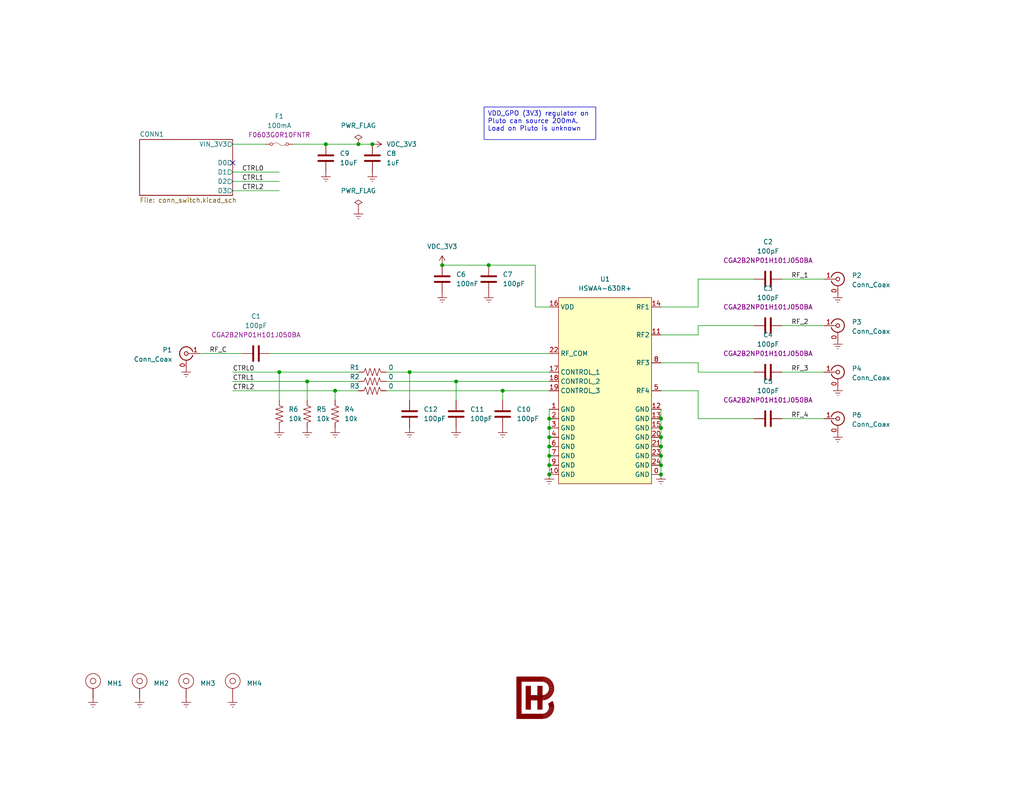
<source format=kicad_sch>
(kicad_sch (version 20231120) (generator "eeschema") (generator_version "8.0")
  (paper "A")
  (title_block (title "${PROJECT_NAME}") (date "2025-04-13") (rev "${PCB_REVISION}") (company "BRENDANHAINES.COM"))
  (lib_symbols
    (symbol "bh:C" (pin_numbers hide) (pin_names (offset 0.254))
      (property "Reference" "C" (at 0.635 2.54 0))
      (property "Value" "C" (at 0.635 -2.54 0))
      (symbol "C_0_1"
        (polyline (pts (xy -2.032 -0.762) (xy 2.032 -0.762)) (stroke (width 0.508)))
        (polyline (pts (xy -2.032 0.762) (xy 2.032 0.762)) (stroke (width 0.508)))
      )
      (symbol "C_1_1"
        (pin passive line (at 0 3.81 270) (length 2.794) (name "~") (number "1"))
        (pin passive line (at 0 -3.81 90) (length 2.794) (name "~") (number "2"))
      )
    )
    (symbol "bh:Conn_Coax" (pin_names hide) (exclude_from_sim yes)
      (property "Reference" "P" (at 0 3.81 0))
      (property "Value" "Conn_Coax" (at 0 3.81 0))
      (symbol "Conn_Coax_0_1"
        (arc (start -1.778 -0.508) (mid 0.2311 -1.8066) (end 1.778 0) (stroke (width 0.254)))
        (polyline (pts (xy -1.27 0) (xy -0.508 0)))
        (polyline (pts (xy 0 -2.54) (xy 0 -1.778)))
        (circle (center 0 0) (radius 0.508) (stroke (width 0.2032)))
        (arc (start 1.778 0) (mid 0.2233 1.8169) (end -1.778 0.508) (stroke (width 0.254)))
      )
      (symbol "Conn_Coax_1_1"
        (pin passive line (at 0 -3.81 90) (length 1.27) (name "Ext") (number "0"))
        (pin passive line (at -3.81 0 0) (length 2.54) (name "In") (number "1"))
      )
    )
    (symbol "bh:Fuse" (pin_numbers hide) (pin_names hide)
      (property "Reference" "F" (at 2.54 2.54 0))
      (property "Value" "Fuse" (at 3.81 0 0))
      (symbol "Fuse_0_1"
        (circle (center 0 -2.159) (radius 0.381) (stroke (width 0.127)))
        (arc (start 0 0) (mid -0.3683 -0.889) (end 0 -1.778) (stroke (width 0.0508)))
        (arc (start 0 0) (mid 0.3683 0.889) (end 0 1.778) (stroke (width 0.0508)))
        (circle (center 0 2.159) (radius 0.381) (stroke (width 0.127)))
      )
      (symbol "Fuse_1_1"
        (pin passive line (at 0 3.81 270) (length 1.27) (name "~") (number "1"))
        (pin passive line (at 0 -3.81 90) (length 1.27) (name "~") (number "2"))
      )
    )
    (symbol "bh:GND" (power) (pin_names (offset 0))
      (symbol "GND_0_1"
        (polyline (pts (xy -0.635 -1.905) (xy 0.635 -1.905)))
        (polyline (pts (xy -0.127 -2.54) (xy 0.127 -2.54)))
        (polyline (pts (xy 0 -1.27) (xy 0 0)))
        (polyline (pts (xy 1.27 -1.27) (xy -1.27 -1.27)))
      )
      (symbol "GND_1_1"
        (pin power_in line (at 0 0 90) (length 0) hide (name "GND") (number "1"))
      )
    )
    (symbol "bh:HSWA4-63DR+"
      (property "Reference" "U" (at 0 0 0))
      (property "Value" "HSWA4-63DR+" (at 0 0 0))
      (symbol "HSWA4-63DR+_1_1"
        (rectangle (start 0 0) (end 25.4 -50.8) (fill (type background)))
        (pin power_in line (at 27.94 -48.26 180) (length 2.54) (name "GND") (number "0"))
        (pin power_in line (at -2.54 -30.48 0) (length 2.54) (name "GND") (number "1"))
        (pin power_in line (at -2.54 -48.26 0) (length 2.54) (name "GND") (number "10"))
        (pin bidirectional line (at 27.94 -10.16 180) (length 2.54) (name "RF2") (number "11"))
        (pin power_in line (at 27.94 -30.48 180) (length 2.54) (name "GND") (number "12"))
        (pin power_in line (at 27.94 -33.02 180) (length 2.54) (name "GND") (number "13"))
        (pin bidirectional line (at 27.94 -2.54 180) (length 2.54) (name "RF1") (number "14"))
        (pin power_in line (at 27.94 -35.56 180) (length 2.54) (name "GND") (number "15"))
        (pin power_in line (at -2.54 -2.54 0) (length 2.54) (name "VDD") (number "16"))
        (pin input line (at -2.54 -20.32 0) (length 2.54) (name "CONTROL_1") (number "17"))
        (pin input line (at -2.54 -22.86 0) (length 2.54) (name "CONTROL_2") (number "18"))
        (pin input line (at -2.54 -25.4 0) (length 2.54) (name "CONTROL_3") (number "19"))
        (pin power_in line (at -2.54 -33.02 0) (length 2.54) (name "GND") (number "2"))
        (pin power_in line (at 27.94 -38.1 180) (length 2.54) (name "GND") (number "20"))
        (pin power_in line (at 27.94 -40.64 180) (length 2.54) (name "GND") (number "21"))
        (pin bidirectional line (at -2.54 -15.24 0) (length 2.54) (name "RF_COM") (number "22"))
        (pin power_in line (at 27.94 -43.18 180) (length 2.54) (name "GND") (number "23"))
        (pin power_in line (at 27.94 -45.72 180) (length 2.54) (name "GND") (number "24"))
        (pin power_in line (at -2.54 -35.56 0) (length 2.54) (name "GND") (number "3"))
        (pin power_in line (at -2.54 -38.1 0) (length 2.54) (name "GND") (number "4"))
        (pin bidirectional line (at 27.94 -25.4 180) (length 2.54) (name "RF4") (number "5"))
        (pin power_in line (at -2.54 -40.64 0) (length 2.54) (name "GND") (number "6"))
        (pin power_in line (at -2.54 -43.18 0) (length 2.54) (name "GND") (number "7"))
        (pin bidirectional line (at 27.94 -17.78 180) (length 2.54) (name "RF3") (number "8"))
        (pin power_in line (at -2.54 -45.72 0) (length 2.54) (name "GND") (number "9"))
      )
    )
    (symbol "bh:LOGO_BH" (in_bom no)
      (symbol "LOGO_BH_0_1"
        (rectangle (start -5.08 -4.445) (end 1.905 -5.715) (fill (type outline)))
        (rectangle (start -5.08 4.445) (end -3.81 -4.445) (fill (type outline)))
        (rectangle (start -5.08 5.715) (end 1.905 4.445) (fill (type outline)))
        (rectangle (start -2.54 3.175) (end -1.27 -3.175) (fill (type outline)))
        (rectangle (start -1.27 0.635) (end 0.635 -0.635) (fill (type outline)))
        (polyline (pts (xy 1.905 0.635) (xy 1.905 -0.635)))
        (polyline (pts (xy 3.7084 -1.8542) (xy 3.7084 -1.6002)))
        (polyline (pts (xy 4.6482 -0.9906) (xy 4.572 -1.1684)))
        (polyline (pts (xy 4.7244 -1.1176) (xy 4.4704 -1.1684)))
        (polyline (pts (xy 4.8006 -1.2446) (xy 4.2418 -1.2954)))
        (polyline (pts (xy 4.8514 -1.3716) (xy 4.064 -1.4224)))
        (polyline (pts (xy 4.953 -2.54) (xy 4.9022 -1.778)))
        (polyline (pts (xy 3.81 -2.54) (xy 3.81 -2.3622) (xy 3.7846 -2.2098) (xy 3.7338 -2.032) (xy 3.683 -1.8796) (xy 3.6322 -1.7272) (xy 3.5814 -1.6002) (xy 3.7338 -1.524) (xy 3.8862 -1.4478) (xy 4.1148 -1.3208) (xy 4.2926 -1.2192) (xy 4.4704 -1.0922) (xy 4.6482 -0.9652) (xy 4.7498 -1.143) (xy 4.8514 -1.3462) (xy 4.9276 -1.5748) (xy 4.9784 -1.778) (xy 5.0292 -1.9812) (xy 5.0546 -2.1844) (xy 5.08 -2.54)))
        (rectangle (start 0.635 3.175) (end 1.905 -3.175) (fill (type outline)))
        (arc (start 1.905 -5.715) (mid 4.1501 -4.7851) (end 5.08 -2.54))
        (arc (start 1.905 -5.588) (mid 4.0603 -4.6953) (end 4.953 -2.54))
        (arc (start 1.905 -5.461) (mid 3.9705 -4.6055) (end 4.826 -2.54))
        (arc (start 1.905 -5.334) (mid 3.8807 -4.5157) (end 4.699 -2.54))
        (arc (start 1.905 -5.207) (mid 3.7909 -4.4259) (end 4.572 -2.54))
        (arc (start 1.905 -5.08) (mid 3.7011 -4.3361) (end 4.445 -2.54))
        (arc (start 1.905 -4.953) (mid 3.6112 -4.2462) (end 4.318 -2.54))
        (arc (start 1.905 -4.826) (mid 3.5214 -4.1564) (end 4.191 -2.54))
        (arc (start 1.905 -4.699) (mid 3.4316 -4.0666) (end 4.064 -2.54))
        (arc (start 1.905 -4.572) (mid 3.3418 -3.9768) (end 3.937 -2.54))
        (arc (start 1.905 -4.445) (mid 3.252 -3.887) (end 3.81 -2.54))
        (arc (start 1.905 -0.635) (mid 4.1501 0.2949) (end 5.08 2.54))
        (arc (start 1.905 -0.508) (mid 4.0603 0.3847) (end 4.953 2.54))
        (arc (start 1.905 -0.381) (mid 3.9705 0.4745) (end 4.826 2.54))
        (arc (start 1.905 -0.254) (mid 3.8807 0.5643) (end 4.699 2.54))
        (arc (start 1.905 -0.127) (mid 3.7909 0.6541) (end 4.572 2.54))
        (arc (start 1.905 0) (mid 3.7011 0.7439) (end 4.445 2.54))
        (arc (start 1.905 0.127) (mid 3.6112 0.8338) (end 4.318 2.54))
        (arc (start 1.905 0.254) (mid 3.5214 0.9236) (end 4.191 2.54))
        (arc (start 1.905 0.381) (mid 3.4316 1.0134) (end 4.064 2.54))
        (arc (start 1.905 0.508) (mid 3.3418 1.1032) (end 3.937 2.54))
        (arc (start 1.905 0.635) (mid 3.252 1.193) (end 3.81 2.54))
        (rectangle (start 3.81 -1.524) (end 4.826 -2.54) (fill (type outline)))
        (arc (start 3.81 2.54) (mid 3.252 3.887) (end 1.905 4.445))
        (arc (start 3.937 2.54) (mid 3.3418 3.9768) (end 1.905 4.572))
        (arc (start 4.064 2.54) (mid 3.4316 4.0666) (end 1.905 4.699))
        (arc (start 4.191 2.54) (mid 3.5214 4.1564) (end 1.905 4.826))
        (arc (start 4.318 2.54) (mid 3.6112 4.2462) (end 1.905 4.953))
        (arc (start 4.445 2.54) (mid 3.7011 4.3361) (end 1.905 5.08))
        (arc (start 4.572 2.54) (mid 3.7909 4.4259) (end 1.905 5.207))
        (arc (start 4.699 2.54) (mid 3.8807 4.5157) (end 1.905 5.334))
        (arc (start 4.826 2.54) (mid 3.9705 4.6055) (end 1.905 5.461))
        (arc (start 4.953 2.54) (mid 4.0603 4.6953) (end 1.905 5.588))
        (arc (start 5.08 2.54) (mid 4.1501 4.7851) (end 1.905 5.715))
      )
    )
    (symbol "bh:Mounting_Hole" (pin_numbers hide) (pin_names (offset 0.762) hide)
      (property "Reference" "MH" (at 0 7.62 0))
      (symbol "Mounting_Hole_0_1"
        (circle (center 0 4.572) (radius 0.762))
        (circle (center 0 4.572) (radius 2.032))
      )
      (symbol "Mounting_Hole_1_1"
        (pin passive line (at 0 0 90) (length 2.54) (name "1") (number "1"))
      )
    )
    (symbol "bh:PWR_FLAG" (power) (pin_numbers hide) (pin_names (offset 0) hide)
      (property "Value" "PWR_FLAG" (at 0 3.81 0))
      (symbol "PWR_FLAG_0_0"
        (pin power_out line (at 0 0 90) (length 0) (name "pwr") (number "1"))
      )
      (symbol "PWR_FLAG_0_1"
        (polyline (pts (xy 0 0) (xy 0 1.27) (xy -1.016 1.905) (xy 0 2.54) (xy 1.016 1.905) (xy 0 1.27)))
      )
    )
    (symbol "bh:R" (pin_numbers hide) (pin_names (offset 0))
      (property "Reference" "R" (at 2.032 0 90))
      (property "Value" "R" (at -1.905 0 90))
      (symbol "R_0_1"
        (polyline (pts (xy 0 -2.54) (xy 0 -2.286) (xy 1.016 -1.905) (xy -1.016 -1.27) (xy 1.016 -0.635) (xy -1.016 0) (xy 1.016 0.635) (xy -1.016 1.27) (xy 1.016 1.905) (xy 0 2.286) (xy 0 2.54)))
      )
      (symbol "R_1_1"
        (pin passive line (at 0 3.81 270) (length 1.27) (name "~") (number "1"))
        (pin passive line (at 0 -3.81 90) (length 1.27) (name "~") (number "2"))
      )
    )
    (symbol "bh:VDC_3V3" (power) (pin_names (offset 0))
      (property "Value" "VDC_3V3" (at 0 3.556 0))
      (symbol "VDC_3V3_0_1"
        (polyline (pts (xy -0.762 1.27) (xy 0 2.54)))
        (polyline (pts (xy 0 0) (xy 0 2.54)))
        (polyline (pts (xy 0 2.54) (xy 0.762 1.27)))
      )
      (symbol "VDC_3V3_1_1"
        (pin power_in line (at 0 0 90) (length 0) hide (name "VDC_3V3") (number "1"))
      )
    )
  )
  (junction (at 149.86 121.92))
  (junction (at 180.34 114.3))
  (junction (at 83.82 104.14))
  (junction (at 180.34 127))
  (junction (at 97.79 39.37))
  (junction (at 124.46 104.14))
  (junction (at 149.86 116.84))
  (junction (at 180.34 124.46))
  (junction (at 149.86 127))
  (junction (at 101.6 39.37))
  (junction (at 149.86 124.46))
  (junction (at 111.76 101.6))
  (junction (at 149.86 119.38))
  (junction (at 88.9 39.37))
  (junction (at 133.35 72.39))
  (junction (at 120.65 72.39))
  (junction (at 91.44 106.68))
  (junction (at 180.34 116.84))
  (junction (at 137.16 106.68))
  (junction (at 149.86 129.54))
  (junction (at 180.34 121.92))
  (junction (at 180.34 129.54))
  (junction (at 180.34 119.38))
  (junction (at 76.2 101.6))
  (junction (at 149.86 114.3))
  (no_connect (at 63.5 44.45))
  (wire (pts (xy 63.5 101.6) (xy 76.2 101.6)))
  (wire (pts (xy 180.34 129.54) (xy 180.34 127)))
  (wire (pts (xy 76.2 101.6) (xy 97.79 101.6)))
  (wire (pts (xy 97.79 39.37) (xy 101.6 39.37)))
  (wire (pts (xy 149.86 124.46) (xy 149.86 127)))
  (wire (pts (xy 63.5 46.99) (xy 76.2 46.99)))
  (wire (pts (xy 190.5 106.68) (xy 180.34 106.68)))
  (wire (pts (xy 213.36 114.3) (xy 224.79 114.3)))
  (wire (pts (xy 83.82 104.14) (xy 83.82 109.22)))
  (wire (pts (xy 124.46 104.14) (xy 124.46 109.22)))
  (wire (pts (xy 180.34 121.92) (xy 180.34 124.46)))
  (wire (pts (xy 149.86 121.92) (xy 149.86 124.46)))
  (wire (pts (xy 205.74 76.2) (xy 190.5 76.2)))
  (wire (pts (xy 149.86 111.76) (xy 149.86 114.3)))
  (wire (pts (xy 213.36 76.2) (xy 224.79 76.2)))
  (wire (pts (xy 180.34 116.84) (xy 180.34 119.38)))
  (wire (pts (xy 133.35 72.39) (xy 146.05 72.39)))
  (wire (pts (xy 149.86 119.38) (xy 149.86 121.92)))
  (wire (pts (xy 76.2 101.6) (xy 76.2 109.22)))
  (wire (pts (xy 73.66 96.52) (xy 149.86 96.52)))
  (wire (pts (xy 190.5 91.44) (xy 190.5 88.9)))
  (wire (pts (xy 63.5 106.68) (xy 91.44 106.68)))
  (wire (pts (xy 120.65 72.39) (xy 133.35 72.39)))
  (wire (pts (xy 146.05 83.82) (xy 146.05 72.39)))
  (wire (pts (xy 105.41 101.6) (xy 111.76 101.6)))
  (wire (pts (xy 91.44 106.68) (xy 91.44 109.22)))
  (wire (pts (xy 190.5 76.2) (xy 190.5 83.82)))
  (wire (pts (xy 105.41 106.68) (xy 137.16 106.68)))
  (wire (pts (xy 213.36 88.9) (xy 224.79 88.9)))
  (wire (pts (xy 180.34 119.38) (xy 180.34 121.92)))
  (wire (pts (xy 180.34 83.82) (xy 190.5 83.82)))
  (wire (pts (xy 180.34 124.46) (xy 180.34 127)))
  (wire (pts (xy 205.74 88.9) (xy 190.5 88.9)))
  (wire (pts (xy 66.04 96.52) (xy 54.61 96.52)))
  (wire (pts (xy 205.74 101.6) (xy 190.5 101.6)))
  (wire (pts (xy 63.5 104.14) (xy 83.82 104.14)))
  (wire (pts (xy 111.76 101.6) (xy 149.86 101.6)))
  (wire (pts (xy 149.86 114.3) (xy 149.86 116.84)))
  (wire (pts (xy 111.76 109.22) (xy 111.76 101.6)))
  (wire (pts (xy 63.5 52.07) (xy 76.2 52.07)))
  (wire (pts (xy 180.34 111.76) (xy 180.34 114.3)))
  (wire (pts (xy 146.05 83.82) (xy 149.86 83.82)))
  (wire (pts (xy 213.36 101.6) (xy 224.79 101.6)))
  (wire (pts (xy 105.41 104.14) (xy 124.46 104.14)))
  (wire (pts (xy 83.82 104.14) (xy 97.79 104.14)))
  (wire (pts (xy 180.34 114.3) (xy 180.34 116.84)))
  (wire (pts (xy 205.74 114.3) (xy 190.5 114.3)))
  (wire (pts (xy 91.44 106.68) (xy 97.79 106.68)))
  (wire (pts (xy 124.46 104.14) (xy 149.86 104.14)))
  (wire (pts (xy 190.5 114.3) (xy 190.5 106.68)))
  (wire (pts (xy 190.5 91.44) (xy 180.34 91.44)))
  (wire (pts (xy 190.5 99.06) (xy 180.34 99.06)))
  (wire (pts (xy 88.9 39.37) (xy 97.79 39.37)))
  (wire (pts (xy 149.86 129.54) (xy 149.86 127)))
  (wire (pts (xy 80.01 39.37) (xy 88.9 39.37)))
  (wire (pts (xy 63.5 49.53) (xy 76.2 49.53)))
  (wire (pts (xy 137.16 106.68) (xy 137.16 109.22)))
  (wire (pts (xy 137.16 106.68) (xy 149.86 106.68)))
  (wire (pts (xy 149.86 116.84) (xy 149.86 119.38)))
  (wire (pts (xy 63.5 39.37) (xy 72.39 39.37)))
  (wire (pts (xy 190.5 101.6) (xy 190.5 99.06)))
  (text_box "VDD_GPO (3V3) regulator on Pluto can source 200mA. Load on Pluto is unknown" (at 132.08 29.21 0) (size 30.48 8.89) (effects (font (size 1.27 1.27) (thickness 0.1588)) (justify left top)))
  (label "RF_4" (at 215.9 114.3 0))
  (label "CTRL1" (at 66.04 49.53 0))
  (label "CTRL0" (at 66.04 46.99 0))
  (label "RF_1" (at 215.9 76.2 0))
  (label "RF_C" (at 57.15 96.52 0))
  (label "CTRL2" (at 63.5 106.68 0))
  (label "CTRL1" (at 63.5 104.14 0))
  (label "CTRL0" (at 63.5 101.6 0))
  (label "RF_3" (at 215.9 101.6 0))
  (label "RF_2" (at 215.9 88.9 0))
  (label "CTRL2" (at 66.04 52.07 0))
  (symbol (lib_id "bh:C") (at 209.55 88.9 90) (unit 1)
    (property "Reference" "C3" (at 209.55 78.74 90))
    (property "Value" "100pF" (at 209.55 81.28 90))
    (property "Footprint" "common:C0402" (effects (hide yes)))
    (property "Description" "Capacitor" (effects (hide yes)))
    (property "Manufacturer" "TDK" (effects (hide yes)))
    (property "ManufacturerPartNumber" "CGA2B2NP01H101J050BA" (at 209.55 83.82 90))
    (property "FieldName" "Value" (effects (hide yes)))
    (property "Sim.Device" "C" (effects (hide yes)))
    (property "Sim.Pins" "1=+ 2=-" (effects (hide yes)))
  )
  (symbol (lib_id "bh:C") (at 124.46 113.03 180) (unit 1)
    (property "Reference" "C11" (at 128.27 111.7599 0) (effects (justify right)))
    (property "Value" "100pF" (at 128.27 114.2999 0) (effects (justify right)))
    (property "Footprint" "common:C0402" (effects (hide yes)))
    (property "Description" "Capacitor" (effects (hide yes)))
    (property "Manufacturer" "TDK" (effects (hide yes)))
    (property "ManufacturerPartNumber" "CGA2B2NP01H101J050BA" (effects (hide yes)))
    (property "FieldName" "Value" (effects (hide yes)))
    (property "Sim.Device" "C" (effects (hide yes)))
    (property "Sim.Pins" "1=+ 2=-" (effects (hide yes)))
  )
  (symbol (lib_id "bh:GND") (at 111.76 116.84 0) (unit 1)
    (property "Reference" "#PWR020" (effects (hide yes)))
    (property "Value" "GND" (effects (hide yes)))
    (property "Description" "Power Symbol" (effects (hide yes)))
  )
  (symbol (lib_id "bh:VDC_3V3") (at 120.65 72.39 0) (unit 1)
    (property "Reference" "#PWR015" (effects (hide yes)))
    (property "Value" "VDC_3V3" (at 120.65 67.31 0))
    (property "Description" "Power Symbol" (effects (hide yes)))
  )
  (symbol (lib_id "bh:GND") (at 97.79 57.15 0) (mirror y) (unit 1)
    (property "Reference" "#PWR024" (effects (hide yes)))
    (property "Value" "GND" (effects (hide yes)))
    (property "Description" "Power Symbol" (effects (hide yes)))
  )
  (symbol (lib_id "bh:C") (at 209.55 101.6 90) (unit 1)
    (property "Reference" "C4" (at 209.55 91.44 90))
    (property "Value" "100pF" (at 209.55 93.98 90))
    (property "Footprint" "common:C0402" (effects (hide yes)))
    (property "Description" "Capacitor" (effects (hide yes)))
    (property "Manufacturer" "TDK" (effects (hide yes)))
    (property "ManufacturerPartNumber" "CGA2B2NP01H101J050BA" (at 209.55 96.52 90))
    (property "FieldName" "Value" (effects (hide yes)))
    (property "Sim.Device" "C" (effects (hide yes)))
    (property "Sim.Pins" "1=+ 2=-" (effects (hide yes)))
  )
  (symbol (lib_id "bh:C") (at 120.65 76.2 0) (unit 1)
    (property "Reference" "C6" (at 124.46 74.9299 0) (effects (justify left)))
    (property "Value" "100nF" (at 124.46 77.4699 0) (effects (justify left)))
    (property "Footprint" "common:C0402" (effects (hide yes)))
    (property "Description" "Capacitor" (effects (hide yes)))
    (property "FieldName" "Value" (effects (hide yes)))
    (property "Sim.Device" "C" (effects (hide yes)))
    (property "Sim.Pins" "1=+ 2=-" (effects (hide yes)))
  )
  (symbol (lib_id "bh:GND") (at 83.82 116.84 0) (unit 1)
    (property "Reference" "#PWR022" (effects (hide yes)))
    (property "Value" "GND" (effects (hide yes)))
    (property "Description" "Power Symbol" (effects (hide yes)))
  )
  (symbol (lib_id "bh:LOGO_BH") (at 146.05 190.5 0) (unit 1) (in_bom no)
    (property "Reference" "LOGO1" (effects (hide yes)))
    (property "Value" "~" (at 146.685 189.865 0))
    (property "Footprint" "common:LOGO_BH" (effects (hide yes)))
  )
  (symbol (lib_id "bh:C") (at 209.55 76.2 90) (unit 1)
    (property "Reference" "C2" (at 209.55 66.04 90))
    (property "Value" "100pF" (at 209.55 68.58 90))
    (property "Footprint" "common:C0402" (effects (hide yes)))
    (property "Description" "Capacitor" (effects (hide yes)))
    (property "Manufacturer" "TDK" (effects (hide yes)))
    (property "ManufacturerPartNumber" "CGA2B2NP01H101J050BA" (at 209.55 71.12 90))
    (property "FieldName" "Value" (effects (hide yes)))
    (property "Sim.Device" "C" (effects (hide yes)))
    (property "Sim.Pins" "1=+ 2=-" (effects (hide yes)))
  )
  (symbol (lib_id "bh:Mounting_Hole") (at 63.5 190.5 0) (unit 1)
    (property "Reference" "MH4" (at 67.31 186.563 0) (effects (justify left)))
    (property "Value" "Mounting_Hole" (effects (hide yes)))
    (property "Footprint" "common:MH120X230_#4" (effects (hide yes)))
  )
  (symbol (lib_id "bh:GND") (at 38.1 190.5 0) (unit 1)
    (property "Reference" "#PWR02" (effects (hide yes)))
    (property "Value" "GND" (effects (hide yes)))
  )
  (symbol (lib_id "bh:C") (at 69.85 96.52 90) (unit 1)
    (property "Reference" "C1" (at 69.85 86.36 90))
    (property "Value" "100pF" (at 69.85 88.9 90))
    (property "Footprint" "common:C0402" (effects (hide yes)))
    (property "Description" "Capacitor" (effects (hide yes)))
    (property "Manufacturer" "TDK" (effects (hide yes)))
    (property "ManufacturerPartNumber" "CGA2B2NP01H101J050BA" (at 69.85 91.44 90))
    (property "FieldName" "Value" (effects (hide yes)))
    (property "Sim.Device" "C" (effects (hide yes)))
    (property "Sim.Pins" "1=+ 2=-" (effects (hide yes)))
  )
  (symbol (lib_id "bh:C") (at 88.9 43.18 0) (unit 1)
    (property "Reference" "C9" (at 92.71 41.9099 0) (effects (justify left)))
    (property "Value" "10uF" (at 92.71 44.4499 0) (effects (justify left)))
    (property "Footprint" "common:C0603" (effects (hide yes)))
    (property "Description" "Capacitor" (effects (hide yes)))
    (property "FieldName" "Value" (effects (hide yes)))
    (property "Sim.Device" "C" (effects (hide yes)))
    (property "Sim.Pins" "1=+ 2=-" (effects (hide yes)))
  )
  (symbol (lib_id "bh:GND") (at 228.6 105.41 0) (unit 1)
    (property "Reference" "#PWR09" (effects (hide yes)))
    (property "Value" "GND" (effects (hide yes)))
    (property "Description" "Power Symbol" (effects (hide yes)))
  )
  (symbol (lib_id "bh:GND") (at 228.6 80.01 0) (unit 1)
    (property "Reference" "#PWR07" (effects (hide yes)))
    (property "Value" "GND" (effects (hide yes)))
    (property "Description" "Power Symbol" (effects (hide yes)))
  )
  (symbol (lib_id "bh:R") (at 101.6 101.6 90) (unit 1)
    (property "Reference" "R1" (at 96.774 100.33 90))
    (property "Value" "0" (at 106.68 100.33 90))
    (property "Footprint" "common:R0402" (effects (hide yes)))
    (property "Description" "Resistor" (effects (hide yes)))
    (property "FieldName" "Value" (effects (hide yes)))
    (property "Sim.Device" "R" (effects (hide yes)))
    (property "Sim.Pins" "1=+ 2=-" (effects (hide yes)))
  )
  (symbol (lib_id "bh:C") (at 111.76 113.03 180) (unit 1)
    (property "Reference" "C12" (at 115.57 111.7599 0) (effects (justify right)))
    (property "Value" "100pF" (at 115.57 114.2999 0) (effects (justify right)))
    (property "Footprint" "common:C0402" (effects (hide yes)))
    (property "Description" "Capacitor" (effects (hide yes)))
    (property "Manufacturer" "TDK" (effects (hide yes)))
    (property "ManufacturerPartNumber" "CGA2B2NP01H101J050BA" (effects (hide yes)))
    (property "FieldName" "Value" (effects (hide yes)))
    (property "Sim.Device" "C" (effects (hide yes)))
    (property "Sim.Pins" "1=+ 2=-" (effects (hide yes)))
  )
  (symbol (lib_id "bh:GND") (at 25.4 190.5 0) (unit 1)
    (property "Reference" "#PWR01" (effects (hide yes)))
    (property "Value" "GND" (effects (hide yes)))
  )
  (symbol (lib_id "bh:Mounting_Hole") (at 50.8 190.5 0) (unit 1)
    (property "Reference" "MH3" (at 54.61 186.563 0) (effects (justify left)))
    (property "Value" "Mounting_Hole" (effects (hide yes)))
    (property "Footprint" "common:MH120X230_#4" (effects (hide yes)))
  )
  (symbol (lib_id "bh:GND") (at 88.9 46.99 0) (mirror y) (unit 1)
    (property "Reference" "#PWR017" (effects (hide yes)))
    (property "Value" "GND" (effects (hide yes)))
    (property "Description" "Power Symbol" (effects (hide yes)))
  )
  (symbol (lib_id "bh:GND") (at 180.34 129.54 0) (unit 1)
    (property "Reference" "#PWR012" (effects (hide yes)))
    (property "Value" "GND" (effects (hide yes)))
    (property "Description" "Power Symbol" (effects (hide yes)))
  )
  (symbol (lib_id "bh:PWR_FLAG") (at 97.79 57.15 0) (unit 1)
    (property "Reference" "#FLG02" (effects (hide yes)))
    (property "Value" "PWR_FLAG" (at 97.79 52.07 0))
    (property "Description" "Special symbol for telling ERC where power comes from" (effects (hide yes)))
  )
  (symbol (lib_id "bh:GND") (at 228.6 92.71 0) (unit 1)
    (property "Reference" "#PWR08" (effects (hide yes)))
    (property "Value" "GND" (effects (hide yes)))
    (property "Description" "Power Symbol" (effects (hide yes)))
  )
  (symbol (lib_id "bh:R") (at 101.6 104.14 90) (unit 1)
    (property "Reference" "R2" (at 96.774 102.87 90))
    (property "Value" "0" (at 106.68 102.87 90))
    (property "Footprint" "common:R0402" (effects (hide yes)))
    (property "Description" "Resistor" (effects (hide yes)))
    (property "FieldName" "Value" (effects (hide yes)))
    (property "Sim.Device" "R" (effects (hide yes)))
    (property "Sim.Pins" "1=+ 2=-" (effects (hide yes)))
  )
  (symbol (lib_id "bh:GND") (at 228.6 118.11 0) (unit 1)
    (property "Reference" "#PWR010" (effects (hide yes)))
    (property "Value" "GND" (effects (hide yes)))
    (property "Description" "Power Symbol" (effects (hide yes)))
  )
  (symbol (lib_id "bh:GND") (at 124.46 116.84 0) (unit 1)
    (property "Reference" "#PWR019" (effects (hide yes)))
    (property "Value" "GND" (effects (hide yes)))
    (property "Description" "Power Symbol" (effects (hide yes)))
  )
  (symbol (lib_id "bh:C") (at 137.16 113.03 180) (unit 1)
    (property "Reference" "C10" (at 140.97 111.7599 0) (effects (justify right)))
    (property "Value" "100pF" (at 140.97 114.2999 0) (effects (justify right)))
    (property "Footprint" "common:C0402" (effects (hide yes)))
    (property "Description" "Capacitor" (effects (hide yes)))
    (property "Manufacturer" "TDK" (effects (hide yes)))
    (property "ManufacturerPartNumber" "CGA2B2NP01H101J050BA" (effects (hide yes)))
    (property "FieldName" "Value" (effects (hide yes)))
    (property "Sim.Device" "C" (effects (hide yes)))
    (property "Sim.Pins" "1=+ 2=-" (effects (hide yes)))
  )
  (symbol (lib_id "bh:Conn_Coax") (at 228.6 101.6 0) (unit 1) (exclude_from_sim yes)
    (property "Reference" "P4" (at 232.41 100.6188 0) (effects (justify left)))
    (property "Value" "Conn_Coax" (at 232.41 103.1588 0) (effects (justify left)))
    (property "Footprint" "common:CONN_SuperSMA_Amphenol_901-10510-2" (effects (hide yes)))
    (property "Description" "Connector, Coax" (effects (hide yes)))
  )
  (symbol (lib_id "bh:Mounting_Hole") (at 25.4 190.5 0) (unit 1)
    (property "Reference" "MH1" (at 29.21 186.563 0) (effects (justify left)))
    (property "Value" "Mounting_Hole" (effects (hide yes)))
    (property "Footprint" "common:MH120X230_#4" (effects (hide yes)))
  )
  (symbol (lib_id "bh:R") (at 101.6 106.68 90) (unit 1)
    (property "Reference" "R3" (at 96.774 105.41 90))
    (property "Value" "0" (at 106.68 105.41 90))
    (property "Footprint" "common:R0402" (effects (hide yes)))
    (property "Description" "Resistor" (effects (hide yes)))
    (property "FieldName" "Value" (effects (hide yes)))
    (property "Sim.Device" "R" (effects (hide yes)))
    (property "Sim.Pins" "1=+ 2=-" (effects (hide yes)))
  )
  (symbol (lib_id "bh:R") (at 76.2 113.03 0) (unit 1)
    (property "Reference" "R6" (at 78.74 111.7599 0) (effects (justify left)))
    (property "Value" "10k" (at 78.74 114.2999 0) (effects (justify left)))
    (property "Footprint" "common:R0402" (effects (hide yes)))
    (property "Description" "Resistor" (effects (hide yes)))
    (property "FieldName" "Value" (effects (hide yes)))
    (property "Sim.Device" "R" (effects (hide yes)))
    (property "Sim.Pins" "1=+ 2=-" (effects (hide yes)))
  )
  (symbol (lib_id "bh:C") (at 133.35 76.2 180) (unit 1)
    (property "Reference" "C7" (at 137.16 74.9299 0) (effects (justify right)))
    (property "Value" "100pF" (at 137.16 77.4699 0) (effects (justify right)))
    (property "Footprint" "common:C0402" (effects (hide yes)))
    (property "Description" "Capacitor" (effects (hide yes)))
    (property "Manufacturer" "TDK" (effects (hide yes)))
    (property "ManufacturerPartNumber" "CGA2B2NP01H101J050BA" (effects (hide yes)))
    (property "FieldName" "Value" (effects (hide yes)))
    (property "Sim.Device" "C" (effects (hide yes)))
    (property "Sim.Pins" "1=+ 2=-" (effects (hide yes)))
  )
  (symbol (lib_id "bh:R") (at 91.44 113.03 0) (unit 1)
    (property "Reference" "R4" (at 93.98 111.7599 0) (effects (justify left)))
    (property "Value" "10k" (at 93.98 114.2999 0) (effects (justify left)))
    (property "Footprint" "common:R0402" (effects (hide yes)))
    (property "Description" "Resistor" (effects (hide yes)))
    (property "FieldName" "Value" (effects (hide yes)))
    (property "Sim.Device" "R" (effects (hide yes)))
    (property "Sim.Pins" "1=+ 2=-" (effects (hide yes)))
  )
  (symbol (lib_id "bh:C") (at 209.55 114.3 90) (unit 1)
    (property "Reference" "C5" (at 209.55 104.14 90))
    (property "Value" "100pF" (at 209.55 106.68 90))
    (property "Footprint" "common:C0402" (effects (hide yes)))
    (property "Description" "Capacitor" (effects (hide yes)))
    (property "Manufacturer" "TDK" (effects (hide yes)))
    (property "ManufacturerPartNumber" "CGA2B2NP01H101J050BA" (at 209.55 109.22 90))
    (property "FieldName" "Value" (effects (hide yes)))
    (property "Sim.Device" "C" (effects (hide yes)))
    (property "Sim.Pins" "1=+ 2=-" (effects (hide yes)))
  )
  (symbol (lib_id "bh:HSWA4-63DR+") (at 152.4 81.28 0) (unit 1)
    (property "Reference" "U1" (at 165.1 76.2 0))
    (property "Value" "HSWA4-63DR+" (at 165.1 78.74 0))
    (property "Footprint" "common:QFN50P400X400X75-24P" (effects (hide yes)))
    (property "Datasheet" "https://www.minicircuits.com/pdfs/HSWA4-63DR+.pdf" (effects (hide yes)))
    (property "Description" "Absorptive SP4T, SMT Solid State Switch, 30 - 6000 MHz, 50Ω" (effects (hide yes)))
    (property "MPN" "HSWA4-63DR+" (effects (hide yes)))
    (property "Manufacturer" "Minicircuits" (effects (hide yes)))
    (property "Datasheet1" "https://minicircuits.com/case_style/DG984-1.pdf" (effects (hide yes)))
  )
  (symbol (lib_id "bh:GND") (at 76.2 116.84 0) (unit 1)
    (property "Reference" "#PWR023" (effects (hide yes)))
    (property "Value" "GND" (effects (hide yes)))
    (property "Description" "Power Symbol" (effects (hide yes)))
  )
  (symbol (lib_id "bh:VDC_3V3") (at 101.6 39.37 270) (unit 1)
    (property "Reference" "#PWR05" (effects (hide yes)))
    (property "Value" "VDC_3V3" (at 105.41 39.3699 90) (effects (justify left)))
    (property "Description" "Power Symbol" (effects (hide yes)))
  )
  (symbol (lib_id "bh:Conn_Coax") (at 228.6 114.3 0) (unit 1) (exclude_from_sim yes)
    (property "Reference" "P6" (at 232.41 113.3188 0) (effects (justify left)))
    (property "Value" "Conn_Coax" (at 232.41 115.8588 0) (effects (justify left)))
    (property "Footprint" "common:CONN_SuperSMA_Amphenol_901-10510-2" (effects (hide yes)))
    (property "Description" "Connector, Coax" (effects (hide yes)))
  )
  (symbol (lib_id "bh:Fuse") (at 76.2 39.37 90) (unit 1)
    (property "Reference" "F1" (at 76.2 31.75 90))
    (property "Value" "100mA" (at 76.2 34.29 90))
    (property "Footprint" "common:R0603" (effects (hide yes)))
    (property "Description" "Fuse" (effects (hide yes)))
    (property "Manufacturer" "KYOCERA AVX" (effects (hide yes)))
    (property "ManufacturerPartNumber" "F0603G0R10FNTR" (at 76.2 36.83 90))
  )
  (symbol (lib_id "bh:Conn_Coax") (at 228.6 76.2 0) (unit 1) (exclude_from_sim yes)
    (property "Reference" "P2" (at 232.41 75.2188 0) (effects (justify left)))
    (property "Value" "Conn_Coax" (at 232.41 77.7588 0) (effects (justify left)))
    (property "Footprint" "common:CONN_SuperSMA_Amphenol_901-10510-2" (effects (hide yes)))
    (property "Description" "Connector, Coax" (effects (hide yes)))
  )
  (symbol (lib_id "bh:R") (at 83.82 113.03 0) (unit 1)
    (property "Reference" "R5" (at 86.36 111.7599 0) (effects (justify left)))
    (property "Value" "10k" (at 86.36 114.2999 0) (effects (justify left)))
    (property "Footprint" "common:R0402" (effects (hide yes)))
    (property "Description" "Resistor" (effects (hide yes)))
    (property "FieldName" "Value" (effects (hide yes)))
    (property "Sim.Device" "R" (effects (hide yes)))
    (property "Sim.Pins" "1=+ 2=-" (effects (hide yes)))
  )
  (symbol (lib_id "bh:GND") (at 137.16 116.84 0) (unit 1)
    (property "Reference" "#PWR018" (effects (hide yes)))
    (property "Value" "GND" (effects (hide yes)))
    (property "Description" "Power Symbol" (effects (hide yes)))
  )
  (symbol (lib_id "bh:GND") (at 63.5 190.5 0) (unit 1)
    (property "Reference" "#PWR04" (effects (hide yes)))
    (property "Value" "GND" (effects (hide yes)))
  )
  (symbol (lib_id "bh:C") (at 101.6 43.18 0) (unit 1)
    (property "Reference" "C8" (at 105.41 41.9099 0) (effects (justify left)))
    (property "Value" "1uF" (at 105.41 44.4499 0) (effects (justify left)))
    (property "Footprint" "common:C0402" (effects (hide yes)))
    (property "Description" "Capacitor" (effects (hide yes)))
    (property "FieldName" "Value" (effects (hide yes)))
    (property "Sim.Device" "C" (effects (hide yes)))
    (property "Sim.Pins" "1=+ 2=-" (effects (hide yes)))
  )
  (symbol (lib_id "bh:GND") (at 149.86 129.54 0) (unit 1)
    (property "Reference" "#PWR011" (effects (hide yes)))
    (property "Value" "GND" (effects (hide yes)))
    (property "Description" "Power Symbol" (effects (hide yes)))
  )
  (symbol (lib_id "bh:GND") (at 50.8 100.33 0) (mirror y) (unit 1)
    (property "Reference" "#PWR06" (effects (hide yes)))
    (property "Value" "GND" (effects (hide yes)))
    (property "Description" "Power Symbol" (effects (hide yes)))
  )
  (symbol (lib_id "bh:Conn_Coax") (at 50.8 96.52 0) (mirror y) (unit 1) (exclude_from_sim yes)
    (property "Reference" "P1" (at 46.99 95.5388 0) (effects (justify left)))
    (property "Value" "Conn_Coax" (at 46.99 98.0788 0) (effects (justify left)))
    (property "Footprint" "common:CONN_SuperSMA_Amphenol_901-10510-2" (effects (hide yes)))
    (property "Description" "Connector, Coax" (effects (hide yes)))
  )
  (symbol (lib_id "bh:GND") (at 50.8 190.5 0) (unit 1)
    (property "Reference" "#PWR03" (effects (hide yes)))
    (property "Value" "GND" (effects (hide yes)))
  )
  (symbol (lib_id "bh:Mounting_Hole") (at 38.1 190.5 0) (unit 1)
    (property "Reference" "MH2" (at 41.91 186.563 0) (effects (justify left)))
    (property "Value" "Mounting_Hole" (effects (hide yes)))
    (property "Footprint" "common:MH120X230_#4" (effects (hide yes)))
  )
  (symbol (lib_id "bh:GND") (at 133.35 80.01 0) (mirror y) (unit 1)
    (property "Reference" "#PWR014" (effects (hide yes)))
    (property "Value" "GND" (effects (hide yes)))
    (property "Description" "Power Symbol" (effects (hide yes)))
  )
  (symbol (lib_id "bh:GND") (at 120.65 80.01 0) (mirror y) (unit 1)
    (property "Reference" "#PWR013" (effects (hide yes)))
    (property "Value" "GND" (effects (hide yes)))
    (property "Description" "Power Symbol" (effects (hide yes)))
  )
  (symbol (lib_id "bh:Conn_Coax") (at 228.6 88.9 0) (unit 1) (exclude_from_sim yes)
    (property "Reference" "P3" (at 232.41 87.9188 0) (effects (justify left)))
    (property "Value" "Conn_Coax" (at 232.41 90.4588 0) (effects (justify left)))
    (property "Footprint" "common:CONN_SuperSMA_Amphenol_901-10510-2" (effects (hide yes)))
    (property "Description" "Connector, Coax" (effects (hide yes)))
  )
  (symbol (lib_id "bh:GND") (at 101.6 46.99 0) (mirror y) (unit 1)
    (property "Reference" "#PWR016" (effects (hide yes)))
    (property "Value" "GND" (effects (hide yes)))
    (property "Description" "Power Symbol" (effects (hide yes)))
  )
  (symbol (lib_id "bh:PWR_FLAG") (at 97.79 39.37 0) (unit 1)
    (property "Reference" "#FLG01" (effects (hide yes)))
    (property "Value" "PWR_FLAG" (at 97.79 34.29 0))
    (property "Description" "Special symbol for telling ERC where power comes from" (effects (hide yes)))
  )
  (symbol (lib_id "bh:GND") (at 91.44 116.84 0) (unit 1)
    (property "Reference" "#PWR021" (effects (hide yes)))
    (property "Value" "GND" (effects (hide yes)))
    (property "Description" "Power Symbol" (effects (hide yes)))
  )
  (sheet (at 38.1 38.1) (size 25.4 15.24) (stroke (width 0.1524))
    (property "Sheetname" "CONN1" (at 38.1 37.3884 0) (effects (justify left bottom)))
    (property "Sheetfile" "conn_switch.kicad_sch" (at 38.1 53.9246 0) (effects (justify left top)))
    (pin "D0" output (at 63.5 44.45 0))
    (pin "D1" output (at 63.5 46.99 0))
    (pin "D2" output (at 63.5 49.53 0))
    (pin "D3" output (at 63.5 52.07 0))
    (pin "VIN_3V3" output (at 63.5 39.37 0))
  )
)
</source>
